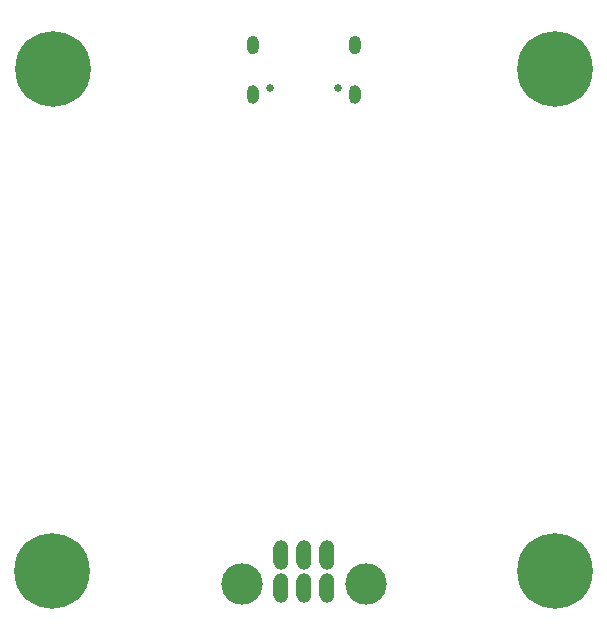
<source format=gbr>
%TF.GenerationSoftware,KiCad,Pcbnew,5.1.10*%
%TF.CreationDate,2021-06-16T23:26:04-06:00*%
%TF.ProjectId,cable-link,6361626c-652d-46c6-996e-6b2e6b696361,rev?*%
%TF.SameCoordinates,Original*%
%TF.FileFunction,Soldermask,Bot*%
%TF.FilePolarity,Negative*%
%FSLAX46Y46*%
G04 Gerber Fmt 4.6, Leading zero omitted, Abs format (unit mm)*
G04 Created by KiCad (PCBNEW 5.1.10) date 2021-06-16 23:26:04*
%MOMM*%
%LPD*%
G01*
G04 APERTURE LIST*
%ADD10C,0.800000*%
%ADD11C,6.400000*%
%ADD12O,1.270000X2.540000*%
%ADD13C,3.500000*%
%ADD14C,0.670000*%
G04 APERTURE END LIST*
D10*
%TO.C,H4*%
X25394112Y-64605888D03*
X23697056Y-63902944D03*
X22000000Y-64605888D03*
X21297056Y-66302944D03*
X22000000Y-68000000D03*
X23697056Y-68702944D03*
X25394112Y-68000000D03*
X26097056Y-66302944D03*
D11*
X23697056Y-66302944D03*
%TD*%
D10*
%TO.C,H3*%
X67947056Y-64552944D03*
X66250000Y-63850000D03*
X64552944Y-64552944D03*
X63850000Y-66250000D03*
X64552944Y-67947056D03*
X66250000Y-68650000D03*
X67947056Y-67947056D03*
X68650000Y-66250000D03*
D11*
X66250000Y-66250000D03*
%TD*%
D10*
%TO.C,H2*%
X67947056Y-22052944D03*
X66250000Y-21350000D03*
X64552944Y-22052944D03*
X63850000Y-23750000D03*
X64552944Y-25447056D03*
X66250000Y-26150000D03*
X67947056Y-25447056D03*
X68650000Y-23750000D03*
D11*
X66250000Y-23750000D03*
%TD*%
D10*
%TO.C,H1*%
X25447056Y-22052944D03*
X23750000Y-21350000D03*
X22052944Y-22052944D03*
X21350000Y-23750000D03*
X22052944Y-25447056D03*
X23750000Y-26150000D03*
X25447056Y-25447056D03*
X26150000Y-23750000D03*
D11*
X23750000Y-23750000D03*
%TD*%
D12*
%TO.C,J3*%
X46930000Y-64890000D03*
X45000000Y-64890000D03*
X43070000Y-64890000D03*
X46930000Y-67700000D03*
X45000000Y-67700000D03*
X43070000Y-67700000D03*
D13*
X50250000Y-67395000D03*
X39780000Y-67395000D03*
%TD*%
%TO.C,J1*%
G36*
G01*
X49820000Y-25630001D02*
X49820000Y-26230001D01*
G75*
G02*
X49320000Y-26730001I-500000J0D01*
G01*
X49320000Y-26730001D01*
G75*
G02*
X48820000Y-26230001I0J500000D01*
G01*
X48820000Y-25630001D01*
G75*
G02*
X49320000Y-25130001I500000J0D01*
G01*
X49320000Y-25130001D01*
G75*
G02*
X49820000Y-25630001I0J-500000D01*
G01*
G37*
G36*
G01*
X41180000Y-25630001D02*
X41180000Y-26230001D01*
G75*
G02*
X40680000Y-26730001I-500000J0D01*
G01*
X40680000Y-26730001D01*
G75*
G02*
X40180000Y-26230001I0J500000D01*
G01*
X40180000Y-25630001D01*
G75*
G02*
X40680000Y-25130001I500000J0D01*
G01*
X40680000Y-25130001D01*
G75*
G02*
X41180000Y-25630001I0J-500000D01*
G01*
G37*
G36*
G01*
X41180000Y-21450001D02*
X41180000Y-22050001D01*
G75*
G02*
X40680000Y-22550001I-500000J0D01*
G01*
X40680000Y-22550001D01*
G75*
G02*
X40180000Y-22050001I0J500000D01*
G01*
X40180000Y-21450001D01*
G75*
G02*
X40680000Y-20950001I500000J0D01*
G01*
X40680000Y-20950001D01*
G75*
G02*
X41180000Y-21450001I0J-500000D01*
G01*
G37*
G36*
G01*
X49820000Y-21450001D02*
X49820000Y-22050001D01*
G75*
G02*
X49320000Y-22550001I-500000J0D01*
G01*
X49320000Y-22550001D01*
G75*
G02*
X48820000Y-22050001I0J500000D01*
G01*
X48820000Y-21450001D01*
G75*
G02*
X49320000Y-20950001I500000J0D01*
G01*
X49320000Y-20950001D01*
G75*
G02*
X49820000Y-21450001I0J-500000D01*
G01*
G37*
D14*
X47900000Y-25400001D03*
X42100000Y-25400001D03*
%TD*%
M02*

</source>
